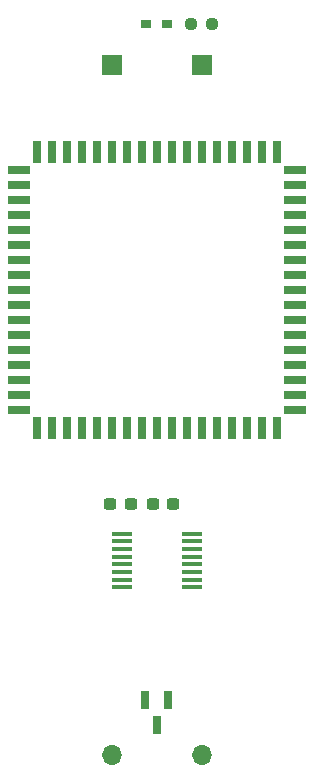
<source format=gbr>
G04 #@! TF.GenerationSoftware,KiCad,Pcbnew,9.0.6-9.0.6~ubuntu25.10.1*
G04 #@! TF.CreationDate,2025-11-17T13:41:13+09:00*
G04 #@! TF.ProjectId,bionic-z180vsc,62696f6e-6963-42d7-9a31-38307673632e,2*
G04 #@! TF.SameCoordinates,Original*
G04 #@! TF.FileFunction,Soldermask,Top*
G04 #@! TF.FilePolarity,Negative*
%FSLAX46Y46*%
G04 Gerber Fmt 4.6, Leading zero omitted, Abs format (unit mm)*
G04 Created by KiCad (PCBNEW 9.0.6-9.0.6~ubuntu25.10.1) date 2025-11-17 13:41:13*
%MOMM*%
%LPD*%
G01*
G04 APERTURE LIST*
G04 Aperture macros list*
%AMRoundRect*
0 Rectangle with rounded corners*
0 $1 Rounding radius*
0 $2 $3 $4 $5 $6 $7 $8 $9 X,Y pos of 4 corners*
0 Add a 4 corners polygon primitive as box body*
4,1,4,$2,$3,$4,$5,$6,$7,$8,$9,$2,$3,0*
0 Add four circle primitives for the rounded corners*
1,1,$1+$1,$2,$3*
1,1,$1+$1,$4,$5*
1,1,$1+$1,$6,$7*
1,1,$1+$1,$8,$9*
0 Add four rect primitives between the rounded corners*
20,1,$1+$1,$2,$3,$4,$5,0*
20,1,$1+$1,$4,$5,$6,$7,0*
20,1,$1+$1,$6,$7,$8,$9,0*
20,1,$1+$1,$8,$9,$2,$3,0*%
G04 Aperture macros list end*
%ADD10R,1.778000X0.355600*%
%ADD11R,0.965200X0.762000*%
%ADD12RoundRect,0.237500X-0.250000X-0.237500X0.250000X-0.237500X0.250000X0.237500X-0.250000X0.237500X0*%
%ADD13R,0.700000X1.910000*%
%ADD14R,1.910000X0.700000*%
%ADD15R,0.660400X1.625600*%
%ADD16RoundRect,0.237500X0.300000X0.237500X-0.300000X0.237500X-0.300000X-0.237500X0.300000X-0.237500X0*%
%ADD17RoundRect,0.237500X-0.300000X-0.237500X0.300000X-0.237500X0.300000X0.237500X-0.300000X0.237500X0*%
%ADD18O,1.700000X1.700000*%
%ADD19R,1.700000X1.700000*%
G04 APERTURE END LIST*
D10*
X110728200Y-114726002D03*
X110728200Y-115376000D03*
X110728200Y-116026002D03*
X110728200Y-116676000D03*
X110728200Y-117325999D03*
X110728200Y-117976000D03*
X110728200Y-118625999D03*
X110728200Y-119276000D03*
X116671800Y-119276000D03*
X116671800Y-118626002D03*
X116671800Y-117976000D03*
X116671800Y-117326002D03*
X116671800Y-116676003D03*
X116671800Y-116026002D03*
X116671800Y-115376003D03*
X116671800Y-114726002D03*
D11*
X114576300Y-71600200D03*
X112823700Y-71600200D03*
D12*
X116597500Y-71600200D03*
X118422500Y-71600200D03*
D13*
X113700000Y-82450000D03*
X112430000Y-82450000D03*
X111160000Y-82450000D03*
X109890000Y-82450000D03*
X108620000Y-82450000D03*
X107350000Y-82450000D03*
X106080000Y-82450000D03*
X104810000Y-82450000D03*
X103540000Y-82450000D03*
D14*
X102020000Y-83970000D03*
X102020000Y-85240000D03*
X102020000Y-86510000D03*
X102020000Y-87780000D03*
X102020000Y-89050000D03*
X102020000Y-90320000D03*
X102020000Y-91590000D03*
X102020000Y-92860000D03*
X102020000Y-94130000D03*
X102020000Y-95400000D03*
X102020000Y-96670000D03*
X102020000Y-97940000D03*
X102020000Y-99210000D03*
X102020000Y-100480000D03*
X102020000Y-101750000D03*
X102020000Y-103020000D03*
X102020000Y-104290000D03*
D13*
X103540000Y-105810000D03*
X104810000Y-105810000D03*
X106080000Y-105810000D03*
X107350000Y-105810000D03*
X108620000Y-105810000D03*
X109890000Y-105810000D03*
X111160000Y-105810000D03*
X112430000Y-105810000D03*
X113700000Y-105810000D03*
X114970000Y-105810000D03*
X116240000Y-105810000D03*
X117510000Y-105810000D03*
X118780000Y-105810000D03*
X120050000Y-105810000D03*
X121320000Y-105810000D03*
X122590000Y-105810000D03*
X123860000Y-105810000D03*
D14*
X125380000Y-104290000D03*
X125380000Y-103020000D03*
X125380000Y-101750000D03*
X125380000Y-100480000D03*
X125380000Y-99210000D03*
X125380000Y-97940000D03*
X125380000Y-96670000D03*
X125380000Y-95400000D03*
X125380000Y-94130000D03*
X125380000Y-92860000D03*
X125380000Y-91590000D03*
X125380000Y-90320000D03*
X125380000Y-89050000D03*
X125380000Y-87780000D03*
X125380000Y-86510000D03*
X125380000Y-85240000D03*
X125380000Y-83970000D03*
D13*
X123860000Y-82450000D03*
X122590000Y-82450000D03*
X121320000Y-82450000D03*
X120050000Y-82450000D03*
X118780000Y-82450000D03*
X117510000Y-82450000D03*
X116240000Y-82450000D03*
X114970000Y-82450000D03*
D15*
X114650001Y-128828000D03*
X112749999Y-128828000D03*
X113700000Y-130960000D03*
D16*
X111490200Y-112214800D03*
X109765200Y-112214800D03*
D17*
X113346600Y-112214800D03*
X115071600Y-112214800D03*
D18*
X117510000Y-133500000D03*
D19*
X117510000Y-75080000D03*
X109890000Y-75080000D03*
D18*
X109890000Y-133500000D03*
M02*

</source>
